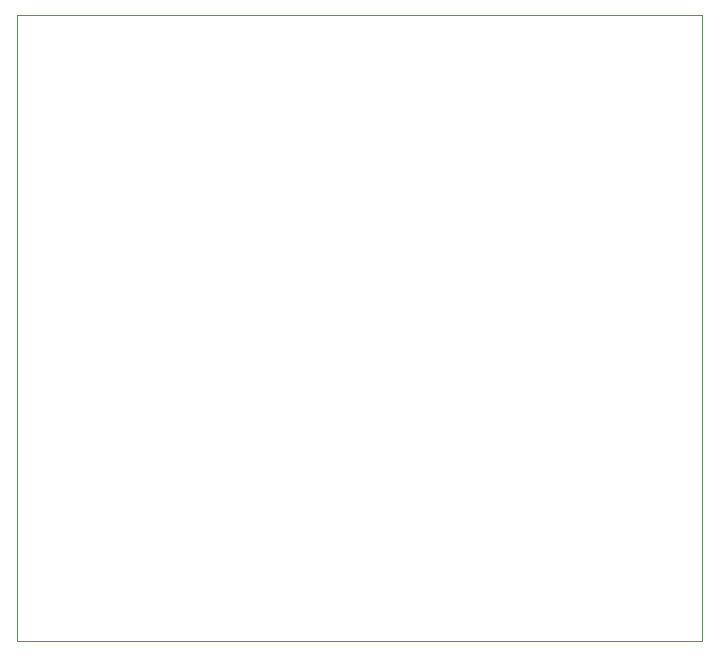
<source format=gbr>
%TF.GenerationSoftware,Altium Limited,Altium Designer,25.5.2 (35)*%
G04 Layer_Color=0*
%FSLAX45Y45*%
%MOMM*%
%TF.SameCoordinates,B6F2B0AA-6BD2-4F7B-97A5-C3F0DAB7D88F*%
%TF.FilePolarity,Positive*%
%TF.FileFunction,Profile,NP*%
%TF.Part,Single*%
G01*
G75*
%TA.AperFunction,Profile*%
%ADD73C,0.02540*%
D73*
X5900000Y5500000D02*
Y10800000D01*
X11700000D01*
Y5500000D01*
X5900000D01*
%TF.MD5,4db559478fd070f8914b1d7670121891*%
M02*

</source>
